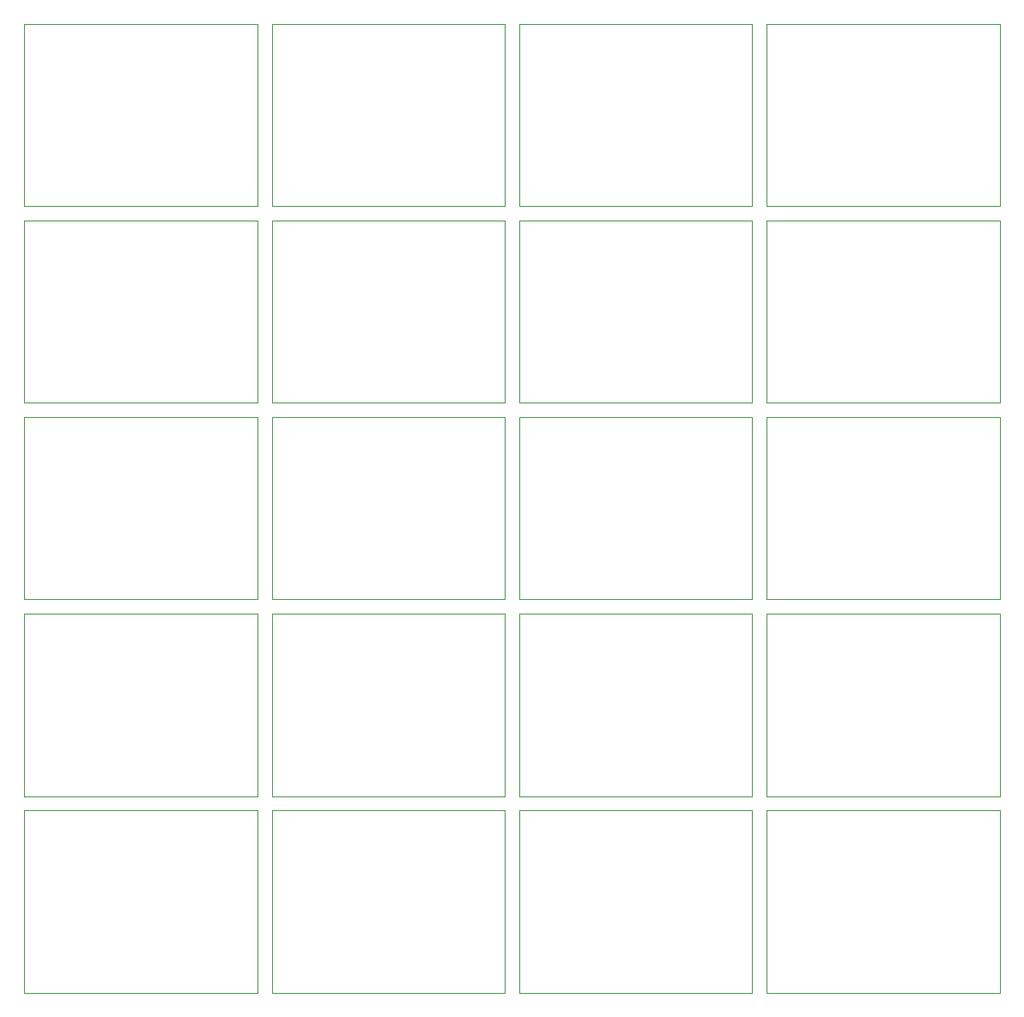
<source format=gbr>
G04 EAGLE Gerber RS-274X export*
G75*
%MOMM*%
%FSLAX34Y34*%
%LPD*%
%IN*%
%IPPOS*%
%AMOC8*
5,1,8,0,0,1.08239X$1,22.5*%
G01*
%ADD10C,0.000000*%


D10*
X7000Y7000D02*
X237000Y7000D01*
X237000Y187000D01*
X7000Y187000D01*
X7000Y7000D01*
X251000Y7000D02*
X481000Y7000D01*
X481000Y187000D01*
X251000Y187000D01*
X251000Y7000D01*
X495000Y7000D02*
X725000Y7000D01*
X725000Y187000D01*
X495000Y187000D01*
X495000Y7000D01*
X739000Y7000D02*
X969000Y7000D01*
X969000Y187000D01*
X739000Y187000D01*
X739000Y7000D01*
X237000Y201000D02*
X7000Y201000D01*
X237000Y201000D02*
X237000Y381000D01*
X7000Y381000D01*
X7000Y201000D01*
X251000Y201000D02*
X481000Y201000D01*
X481000Y381000D01*
X251000Y381000D01*
X251000Y201000D01*
X495000Y201000D02*
X725000Y201000D01*
X725000Y381000D01*
X495000Y381000D01*
X495000Y201000D01*
X739000Y201000D02*
X969000Y201000D01*
X969000Y381000D01*
X739000Y381000D01*
X739000Y201000D01*
X237000Y395000D02*
X7000Y395000D01*
X237000Y395000D02*
X237000Y575000D01*
X7000Y575000D01*
X7000Y395000D01*
X251000Y395000D02*
X481000Y395000D01*
X481000Y575000D01*
X251000Y575000D01*
X251000Y395000D01*
X495000Y395000D02*
X725000Y395000D01*
X725000Y575000D01*
X495000Y575000D01*
X495000Y395000D01*
X739000Y395000D02*
X969000Y395000D01*
X969000Y575000D01*
X739000Y575000D01*
X739000Y395000D01*
X237000Y589000D02*
X7000Y589000D01*
X237000Y589000D02*
X237000Y769000D01*
X7000Y769000D01*
X7000Y589000D01*
X251000Y589000D02*
X481000Y589000D01*
X481000Y769000D01*
X251000Y769000D01*
X251000Y589000D01*
X495000Y589000D02*
X725000Y589000D01*
X725000Y769000D01*
X495000Y769000D01*
X495000Y589000D01*
X739000Y589000D02*
X969000Y589000D01*
X969000Y769000D01*
X739000Y769000D01*
X739000Y589000D01*
X237000Y783000D02*
X7000Y783000D01*
X237000Y783000D02*
X237000Y963000D01*
X7000Y963000D01*
X7000Y783000D01*
X251000Y783000D02*
X481000Y783000D01*
X481000Y963000D01*
X251000Y963000D01*
X251000Y783000D01*
X495000Y783000D02*
X725000Y783000D01*
X725000Y963000D01*
X495000Y963000D01*
X495000Y783000D01*
X739000Y783000D02*
X969000Y783000D01*
X969000Y963000D01*
X739000Y963000D01*
X739000Y783000D01*
M02*

</source>
